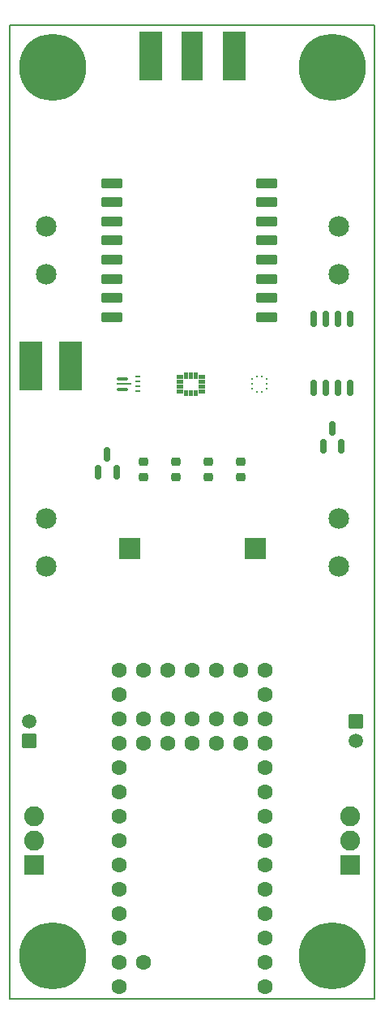
<source format=gts>
G04 #@! TF.GenerationSoftware,KiCad,Pcbnew,9.0.6*
G04 #@! TF.CreationDate,2025-12-24T12:42:27-06:00*
G04 #@! TF.ProjectId,TVC,5456432e-6b69-4636-9164-5f7063625858,rev?*
G04 #@! TF.SameCoordinates,Original*
G04 #@! TF.FileFunction,Soldermask,Top*
G04 #@! TF.FilePolarity,Negative*
%FSLAX46Y46*%
G04 Gerber Fmt 4.6, Leading zero omitted, Abs format (unit mm)*
G04 Created by KiCad (PCBNEW 9.0.6) date 2025-12-24 12:42:27*
%MOMM*%
%LPD*%
G01*
G04 APERTURE LIST*
G04 Aperture macros list*
%AMRoundRect*
0 Rectangle with rounded corners*
0 $1 Rounding radius*
0 $2 $3 $4 $5 $6 $7 $8 $9 X,Y pos of 4 corners*
0 Add a 4 corners polygon primitive as box body*
4,1,4,$2,$3,$4,$5,$6,$7,$8,$9,$2,$3,0*
0 Add four circle primitives for the rounded corners*
1,1,$1+$1,$2,$3*
1,1,$1+$1,$4,$5*
1,1,$1+$1,$6,$7*
1,1,$1+$1,$8,$9*
0 Add four rect primitives between the rounded corners*
20,1,$1+$1,$2,$3,$4,$5,0*
20,1,$1+$1,$4,$5,$6,$7,0*
20,1,$1+$1,$6,$7,$8,$9,0*
20,1,$1+$1,$8,$9,$2,$3,0*%
G04 Aperture macros list end*
%ADD10C,0.010000*%
%ADD11C,2.154000*%
%ADD12RoundRect,0.102000X1.000000X0.400000X-1.000000X0.400000X-1.000000X-0.400000X1.000000X-0.400000X0*%
%ADD13RoundRect,0.087500X-0.487500X-0.087500X0.487500X-0.087500X0.487500X0.087500X-0.487500X0.087500X0*%
%ADD14RoundRect,0.050000X-0.675000X-0.050000X0.675000X-0.050000X0.675000X0.050000X-0.675000X0.050000X0*%
%ADD15RoundRect,0.062500X-0.162500X-0.062500X0.162500X-0.062500X0.162500X0.062500X-0.162500X0.062500X0*%
%ADD16R,2.350000X5.100000*%
%ADD17R,0.254000X0.279400*%
%ADD18R,0.279400X0.254000*%
%ADD19R,2.200000X2.200000*%
%ADD20RoundRect,0.150000X0.150000X-0.587500X0.150000X0.587500X-0.150000X0.587500X-0.150000X-0.587500X0*%
%ADD21RoundRect,0.162500X-0.162500X0.650000X-0.162500X-0.650000X0.162500X-0.650000X0.162500X0.650000X0*%
%ADD22C,7.000000*%
%ADD23RoundRect,0.102000X-0.654000X0.654000X-0.654000X-0.654000X0.654000X-0.654000X0.654000X0.654000X0*%
%ADD24C,1.512000*%
%ADD25R,2.290000X5.080000*%
%ADD26R,2.420000X5.080000*%
%ADD27RoundRect,0.218750X-0.256250X0.218750X-0.256250X-0.218750X0.256250X-0.218750X0.256250X0.218750X0*%
%ADD28C,1.600000*%
%ADD29RoundRect,0.102000X0.937500X-0.937500X0.937500X0.937500X-0.937500X0.937500X-0.937500X-0.937500X0*%
%ADD30C,2.079000*%
%ADD31RoundRect,0.102000X0.654000X-0.654000X0.654000X0.654000X-0.654000X0.654000X-0.654000X-0.654000X0*%
G04 #@! TA.AperFunction,Profile*
%ADD32C,0.200000*%
G04 #@! TD*
G04 APERTURE END LIST*
D10*
X146473750Y-87055000D02*
X145898750Y-87055000D01*
X145898750Y-86705000D01*
X146473750Y-86705000D01*
X146473750Y-87055000D01*
G36*
X146473750Y-87055000D02*
G01*
X145898750Y-87055000D01*
X145898750Y-86705000D01*
X146473750Y-86705000D01*
X146473750Y-87055000D01*
G37*
X146473750Y-87555000D02*
X145898750Y-87555000D01*
X145898750Y-87205000D01*
X146473750Y-87205000D01*
X146473750Y-87555000D01*
G36*
X146473750Y-87555000D02*
G01*
X145898750Y-87555000D01*
X145898750Y-87205000D01*
X146473750Y-87205000D01*
X146473750Y-87555000D01*
G37*
X146473750Y-88055000D02*
X145898750Y-88055000D01*
X145898750Y-87705000D01*
X146473750Y-87705000D01*
X146473750Y-88055000D01*
G36*
X146473750Y-88055000D02*
G01*
X145898750Y-88055000D01*
X145898750Y-87705000D01*
X146473750Y-87705000D01*
X146473750Y-88055000D01*
G37*
X146473750Y-88555000D02*
X145898750Y-88555000D01*
X145898750Y-88205000D01*
X146473750Y-88205000D01*
X146473750Y-88555000D01*
G36*
X146473750Y-88555000D02*
G01*
X145898750Y-88555000D01*
X145898750Y-88205000D01*
X146473750Y-88205000D01*
X146473750Y-88555000D01*
G37*
X147023750Y-87005000D02*
X146673750Y-87005000D01*
X146673750Y-86430000D01*
X147023750Y-86430000D01*
X147023750Y-87005000D01*
G36*
X147023750Y-87005000D02*
G01*
X146673750Y-87005000D01*
X146673750Y-86430000D01*
X147023750Y-86430000D01*
X147023750Y-87005000D01*
G37*
X147023750Y-88830000D02*
X146673750Y-88830000D01*
X146673750Y-88255000D01*
X147023750Y-88255000D01*
X147023750Y-88830000D01*
G36*
X147023750Y-88830000D02*
G01*
X146673750Y-88830000D01*
X146673750Y-88255000D01*
X147023750Y-88255000D01*
X147023750Y-88830000D01*
G37*
X147523750Y-87005000D02*
X147173750Y-87005000D01*
X147173750Y-86430000D01*
X147523750Y-86430000D01*
X147523750Y-87005000D01*
G36*
X147523750Y-87005000D02*
G01*
X147173750Y-87005000D01*
X147173750Y-86430000D01*
X147523750Y-86430000D01*
X147523750Y-87005000D01*
G37*
X147523750Y-88830000D02*
X147173750Y-88830000D01*
X147173750Y-88255000D01*
X147523750Y-88255000D01*
X147523750Y-88830000D01*
G36*
X147523750Y-88830000D02*
G01*
X147173750Y-88830000D01*
X147173750Y-88255000D01*
X147523750Y-88255000D01*
X147523750Y-88830000D01*
G37*
X148023750Y-87005000D02*
X147673750Y-87005000D01*
X147673750Y-86430000D01*
X148023750Y-86430000D01*
X148023750Y-87005000D01*
G36*
X148023750Y-87005000D02*
G01*
X147673750Y-87005000D01*
X147673750Y-86430000D01*
X148023750Y-86430000D01*
X148023750Y-87005000D01*
G37*
X148023750Y-88830000D02*
X147673750Y-88830000D01*
X147673750Y-88255000D01*
X148023750Y-88255000D01*
X148023750Y-88830000D01*
G36*
X148023750Y-88830000D02*
G01*
X147673750Y-88830000D01*
X147673750Y-88255000D01*
X148023750Y-88255000D01*
X148023750Y-88830000D01*
G37*
X148798750Y-87055000D02*
X148223750Y-87055000D01*
X148223750Y-86705000D01*
X148798750Y-86705000D01*
X148798750Y-87055000D01*
G36*
X148798750Y-87055000D02*
G01*
X148223750Y-87055000D01*
X148223750Y-86705000D01*
X148798750Y-86705000D01*
X148798750Y-87055000D01*
G37*
X148798750Y-87555000D02*
X148223750Y-87555000D01*
X148223750Y-87205000D01*
X148798750Y-87205000D01*
X148798750Y-87555000D01*
G36*
X148798750Y-87555000D02*
G01*
X148223750Y-87555000D01*
X148223750Y-87205000D01*
X148798750Y-87205000D01*
X148798750Y-87555000D01*
G37*
X148798750Y-88055000D02*
X148223750Y-88055000D01*
X148223750Y-87705000D01*
X148798750Y-87705000D01*
X148798750Y-88055000D01*
G36*
X148798750Y-88055000D02*
G01*
X148223750Y-88055000D01*
X148223750Y-87705000D01*
X148798750Y-87705000D01*
X148798750Y-88055000D01*
G37*
X148798750Y-88555000D02*
X148223750Y-88555000D01*
X148223750Y-88205000D01*
X148798750Y-88205000D01*
X148798750Y-88555000D01*
G36*
X148798750Y-88555000D02*
G01*
X148223750Y-88555000D01*
X148223750Y-88205000D01*
X148798750Y-88205000D01*
X148798750Y-88555000D01*
G37*
D11*
X162814000Y-101640000D03*
X162814000Y-106640000D03*
X162814000Y-76160000D03*
X162814000Y-71160000D03*
D12*
X155348750Y-80660000D03*
X155348750Y-78660000D03*
X155348750Y-76660000D03*
X155348750Y-74660000D03*
X155348750Y-72660000D03*
X155348750Y-70660000D03*
X155348750Y-68660000D03*
X155348750Y-66660000D03*
X139148750Y-66660000D03*
X139148750Y-68660000D03*
X139148750Y-70660000D03*
X139148750Y-72660000D03*
X139148750Y-74660000D03*
X139148750Y-76660000D03*
X139148750Y-78660000D03*
X139148750Y-80660000D03*
D13*
X140239250Y-87080000D03*
D14*
X140389250Y-87630000D03*
D13*
X140239250Y-88180000D03*
D15*
X141839250Y-88380000D03*
X141839250Y-87880000D03*
X141839250Y-87380000D03*
X141839250Y-86880000D03*
D16*
X130711250Y-85725000D03*
X134861250Y-85725000D03*
D17*
X154296250Y-88417400D03*
X154796250Y-88417400D03*
D18*
X155333650Y-88129999D03*
X155333650Y-87630000D03*
X155333650Y-87130001D03*
D17*
X154796250Y-86842600D03*
X154296250Y-86842600D03*
D18*
X153758850Y-87130001D03*
X153758850Y-87630000D03*
X153758850Y-88129999D03*
D19*
X140961250Y-104775000D03*
X154161250Y-104775000D03*
D11*
X132321250Y-106640000D03*
X132321250Y-101640000D03*
D20*
X137721250Y-96822500D03*
X139621250Y-96822500D03*
X138671250Y-94947500D03*
D21*
X164071250Y-80867500D03*
X162801250Y-80867500D03*
X161531250Y-80867500D03*
X160261250Y-80867500D03*
X160261250Y-88042500D03*
X161531250Y-88042500D03*
X162801250Y-88042500D03*
X164071250Y-88042500D03*
D20*
X161216250Y-94155500D03*
X163116250Y-94155500D03*
X162166250Y-92280500D03*
D22*
X132956250Y-54610000D03*
D23*
X130501250Y-124825000D03*
D24*
X130501250Y-122825000D03*
D25*
X147541250Y-53415000D03*
D26*
X151921250Y-53415000D03*
X143161250Y-53415000D03*
D27*
X142481250Y-95732500D03*
X142481250Y-97307500D03*
D28*
X155181250Y-150495000D03*
X155181250Y-147955000D03*
X155181250Y-145415000D03*
X155181250Y-142875000D03*
X155181250Y-140335000D03*
X155181250Y-137795000D03*
X155181250Y-135255000D03*
X155181250Y-132715000D03*
X155181250Y-130175000D03*
X155181250Y-127635000D03*
X155181250Y-125095000D03*
X155181250Y-122555000D03*
X155181250Y-120015000D03*
X155181250Y-117475000D03*
X152641250Y-117475000D03*
X150101250Y-117475000D03*
X147561250Y-117475000D03*
X145021250Y-117475000D03*
X142481250Y-117475000D03*
X139941250Y-117475000D03*
X139941250Y-120015000D03*
X139941250Y-122555000D03*
X139941250Y-125095000D03*
X139941250Y-127635000D03*
X139941250Y-130175000D03*
X139941250Y-132715000D03*
X139941250Y-135255000D03*
X139941250Y-137795000D03*
X139941250Y-140335000D03*
X139941250Y-142875000D03*
X139941250Y-145415000D03*
X139941250Y-147955000D03*
X139941250Y-150495000D03*
X142481250Y-147955000D03*
X142481250Y-122555000D03*
X142481250Y-125095000D03*
X145021250Y-122555000D03*
X145021250Y-125095000D03*
X147561250Y-122555000D03*
X147561250Y-125095000D03*
X150101250Y-122555000D03*
X150101250Y-125095000D03*
X152641250Y-122555000D03*
X152641250Y-125095000D03*
D22*
X162166250Y-54610000D03*
D27*
X149254583Y-95732500D03*
X149254583Y-97307500D03*
D22*
X162166250Y-147320000D03*
D11*
X132321250Y-76160000D03*
X132321250Y-71160000D03*
D29*
X131051250Y-137795000D03*
D30*
X131051250Y-135255000D03*
X131051250Y-132715000D03*
D22*
X132956250Y-147320000D03*
D27*
X152641250Y-95732500D03*
X152641250Y-97307500D03*
X145867917Y-95732500D03*
X145867917Y-97307500D03*
D29*
X164071250Y-137795000D03*
D30*
X164071250Y-135255000D03*
X164071250Y-132715000D03*
D31*
X164621250Y-122825000D03*
D24*
X164621250Y-124825000D03*
D32*
X128511250Y-50165000D02*
X166611250Y-50165000D01*
X166611250Y-151765000D01*
X128511250Y-151765000D01*
X128511250Y-50165000D01*
M02*

</source>
